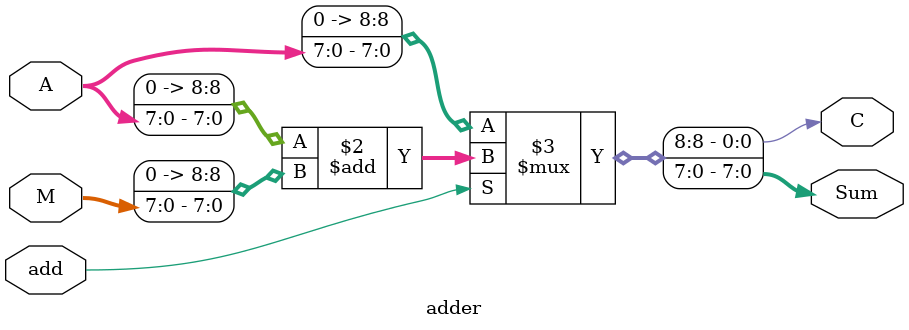
<source format=sv>
module adder #(parameter n = 8) 
(input logic[n-1:0] A,M, input logic add,
 output logic C, output logic [n-1:0] Sum);
// Synplify can synthesise A+M, but extra logic is needed to derive output carry
// here 9-bit unsigned arithmetic addition allows to obtain carry
always_comb
begin
{C,Sum} = {add ? {1'b0,A} + {1'b0,M} : {1'b0,A}};//If add is high sum is equal to A+M(we add), otherwise Sum=A (shift)
end
endmodule//adder
</source>
